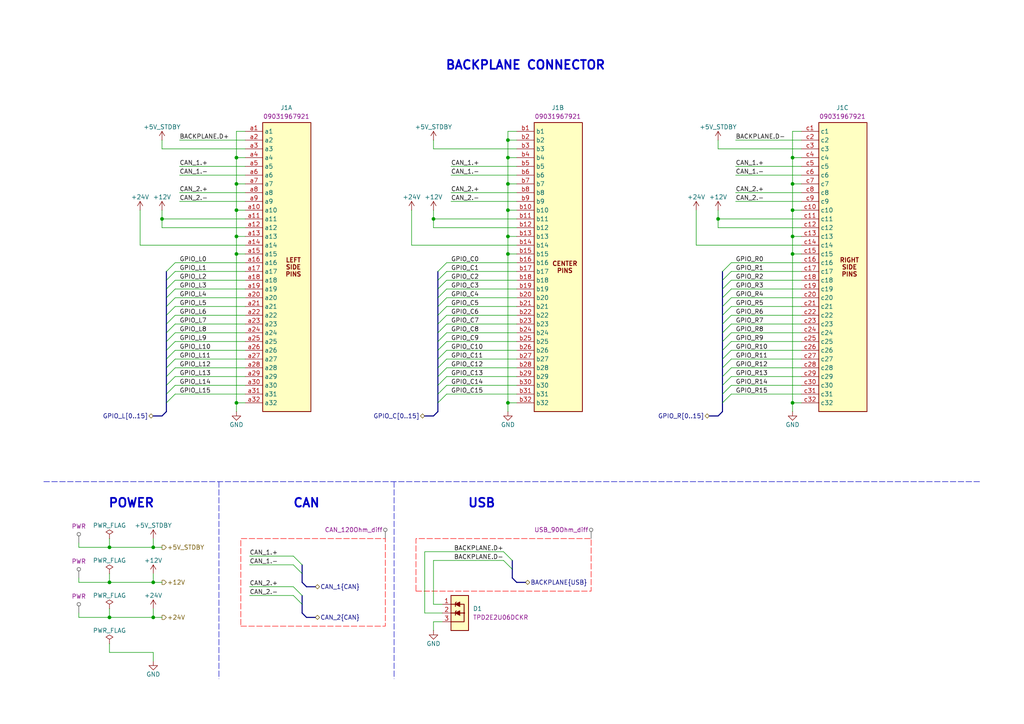
<source format=kicad_sch>
(kicad_sch (version 20250114) (generator "eeschema") (generator_version "9.0")
  (paper "A4")
  (title_block (title "ModuCard CM5 module") (date "2025-07-05") (rev "1.0.0") (company "KoNaR") (comment 1 "Project author: Dominik Pluta"))
  (lib_symbols
    (symbol "DW-TVS:TPD2E2U06DCKR" (pin_names (offset 0.002) (hide yes))
      (property "Reference" "D" (at 8.89 0 0))
      (property "MPN" "TPD2E2U06DCKR" (at 8.89 -15.24 0))
      (symbol "TPD2E2U06DCKR_0_1"
        (polyline (pts (xy 2.54 -5.08) (xy 6.35 -5.08) (xy 6.35 0) (xy 5.08 0)) (stroke (width 0.254)))
        (polyline (pts (xy 3.81 0) (xy 2.54 0)) (stroke (width 0.254)))
        (polyline (pts (xy 3.81 -2.54) (xy 2.54 -2.54)) (stroke (width 0.254)))
        (polyline (pts (xy 5.08 -2.54) (xy 6.35 -2.54)) (stroke (width 0.254)))
      )
      (symbol "TPD2E2U06DCKR_1_1"
        (rectangle (start 2.54 2.54) (end 7.62 -7.62) (stroke (width 0.254)) (fill (type background)))
        (polyline (pts (xy 3.81 -0.635) (xy 3.81 -0.381) (xy 3.81 0.381) (xy 4.064 0.635)) (stroke (width 0.254)) (fill (type background)))
        (polyline (pts (xy 3.81 -3.175) (xy 3.81 -2.921) (xy 3.81 -2.159) (xy 4.064 -1.905)) (stroke (width 0.254)) (fill (type background)))
        (polyline (pts (xy 5.08 -0.635) (xy 5.08 0.635) (xy 3.81 0) (xy 5.08 -0.635)) (stroke (width 0.254)) (fill (type outline)))
        (polyline (pts (xy 5.08 -3.175) (xy 5.08 -1.905) (xy 3.81 -2.54) (xy 5.08 -3.175)) (stroke (width 0.254)) (fill (type outline)))
        (circle (center 6.35 -2.54) (radius 0.127) (stroke (width 0.254)) (fill (type background)))
        (pin passive line (at 0 0 0) (length 2.54) (name "1") (number "1"))
        (pin passive line (at 0 -2.54 0) (length 2.54) (name "2") (number "2"))
        (pin passive line (at 0 -5.08 0) (length 2.54) (name "3") (number "3"))
      )
    )
    (symbol "DW-connectors:DIN-41612_09031967921"
      (property "Reference" "J" (at 21.59 0 0))
      (property "MPN" "09031967921" (at 21.59 -15.24 0))
      (symbol "DIN-41612_09031967921_0_0"
        (rectangle (start 5.08 2.54) (end 19.05 -81.28) (stroke (width 0.254)) (fill (type background)))
      )
      (symbol "DIN-41612_09031967921_1_1"
        (text "LEFT\nSIDE\nPINS" (at 13.97 -39.37 0) (effects (font (size 1.27 1.27) (bold yes))))
        (pin passive line (at 0 0 0) (length 5.08) (name "a1") (number "a1"))
        (pin passive line (at 0 -2.54 0) (length 5.08) (name "a2") (number "a2"))
        (pin passive line (at 0 -5.08 0) (length 5.08) (name "a3") (number "a3"))
        (pin passive line (at 0 -7.62 0) (length 5.08) (name "a4") (number "a4"))
        (pin passive line (at 0 -10.16 0) (length 5.08) (name "a5") (number "a5"))
        (pin passive line (at 0 -12.7 0) (length 5.08) (name "a6") (number "a6"))
        (pin passive line (at 0 -15.24 0) (length 5.08) (name "a7") (number "a7"))
        (pin passive line (at 0 -17.78 0) (length 5.08) (name "a8") (number "a8"))
        (pin passive line (at 0 -20.32 0) (length 5.08) (name "a9") (number "a9"))
        (pin passive line (at 0 -22.86 0) (length 5.08) (name "a10") (number "a10"))
        (pin passive line (at 0 -25.4 0) (length 5.08) (name "a11") (number "a11"))
        (pin passive line (at 0 -27.94 0) (length 5.08) (name "a12") (number "a12"))
        (pin passive line (at 0 -30.48 0) (length 5.08) (name "a13") (number "a13"))
        (pin passive line (at 0 -33.02 0) (length 5.08) (name "a14") (number "a14"))
        (pin passive line (at 0 -35.56 0) (length 5.08) (name "a15") (number "a15"))
        (pin passive line (at 0 -38.1 0) (length 5.08) (name "a16") (number "a16"))
        (pin passive line (at 0 -40.64 0) (length 5.08) (name "a17") (number "a17"))
        (pin passive line (at 0 -43.18 0) (length 5.08) (name "a18") (number "a18"))
        (pin passive line (at 0 -45.72 0) (length 5.08) (name "a19") (number "a19"))
        (pin passive line (at 0 -48.26 0) (length 5.08) (name "a20") (number "a20"))
        (pin passive line (at 0 -50.8 0) (length 5.08) (name "a21") (number "a21"))
        (pin passive line (at 0 -53.34 0) (length 5.08) (name "a22") (number "a22"))
        (pin passive line (at 0 -55.88 0) (length 5.08) (name "a23") (number "a23"))
        (pin passive line (at 0 -58.42 0) (length 5.08) (name "a24") (number "a24"))
        (pin passive line (at 0 -60.96 0) (length 5.08) (name "a25") (number "a25"))
        (pin passive line (at 0 -63.5 0) (length 5.08) (name "a26") (number "a26"))
        (pin passive line (at 0 -66.04 0) (length 5.08) (name "a27") (number "a27"))
        (pin passive line (at 0 -68.58 0) (length 5.08) (name "a28") (number "a28"))
        (pin passive line (at 0 -71.12 0) (length 5.08) (name "a29") (number "a29"))
        (pin passive line (at 0 -73.66 0) (length 5.08) (name "a30") (number "a30"))
        (pin passive line (at 0 -76.2 0) (length 5.08) (name "a31") (number "a31"))
        (pin passive line (at 0 -78.74 0) (length 5.08) (name "a32") (number "a32"))
      )
      (symbol "DIN-41612_09031967921_2_1"
        (text "CENTER\nPINS" (at 13.97 -39.37 0) (effects (font (size 1.27 1.27) (bold yes))))
        (pin passive line (at 0 0 0) (length 5.08) (name "b1") (number "b1"))
        (pin passive line (at 0 -2.54 0) (length 5.08) (name "b2") (number "b2"))
        (pin passive line (at 0 -5.08 0) (length 5.08) (name "b3") (number "b3"))
        (pin passive line (at 0 -7.62 0) (length 5.08) (name "b4") (number "b4"))
        (pin passive line (at 0 -10.16 0) (length 5.08) (name "b5") (number "b5"))
        (pin passive line (at 0 -12.7 0) (length 5.08) (name "b6") (number "b6"))
        (pin passive line (at 0 -15.24 0) (length 5.08) (name "b7") (number "b7"))
        (pin passive line (at 0 -17.78 0) (length 5.08) (name "b8") (number "b8"))
        (pin passive line (at 0 -20.32 0) (length 5.08) (name "b9") (number "b9"))
        (pin passive line (at 0 -22.86 0) (length 5.08) (name "b10") (number "b10"))
        (pin passive line (at 0 -25.4 0) (length 5.08) (name "b11") (number "b11"))
        (pin passive line (at 0 -27.94 0) (length 5.08) (name "b12") (number "b12"))
        (pin passive line (at 0 -30.48 0) (length 5.08) (name "b13") (number "b13"))
        (pin passive line (at 0 -33.02 0) (length 5.08) (name "b14") (number "b14"))
        (pin passive line (at 0 -35.56 0) (length 5.08) (name "b15") (number "b15"))
        (pin passive line (at 0 -38.1 0) (length 5.08) (name "b16") (number "b16"))
        (pin passive line (at 0 -40.64 0) (length 5.08) (name "b17") (number "b17"))
        (pin passive line (at 0 -43.18 0) (length 5.08) (name "b18") (number "b18"))
        (pin passive line (at 0 -45.72 0) (length 5.08) (name "b19") (number "b19"))
        (pin passive line (at 0 -48.26 0) (length 5.08) (name "b20") (number "b20"))
        (pin passive line (at 0 -50.8 0) (length 5.08) (name "b21") (number "b21"))
        (pin passive line (at 0 -53.34 0) (length 5.08) (name "b22") (number "b22"))
        (pin passive line (at 0 -55.88 0) (length 5.08) (name "b23") (number "b23"))
        (pin passive line (at 0 -58.42 0) (length 5.08) (name "b24") (number "b24"))
        (pin passive line (at 0 -60.96 0) (length 5.08) (name "b25") (number "b25"))
        (pin passive line (at 0 -63.5 0) (length 5.08) (name "b26") (number "b26"))
        (pin passive line (at 0 -66.04 0) (length 5.08) (name "b27") (number "b27"))
        (pin passive line (at 0 -68.58 0) (length 5.08) (name "b28") (number "b28"))
        (pin passive line (at 0 -71.12 0) (length 5.08) (name "b29") (number "b29"))
        (pin passive line (at 0 -73.66 0) (length 5.08) (name "b30") (number "b30"))
        (pin passive line (at 0 -76.2 0) (length 5.08) (name "b31") (number "b31"))
        (pin passive line (at 0 -78.74 0) (length 5.08) (name "b32") (number "b32"))
      )
      (symbol "DIN-41612_09031967921_3_1"
        (text "RIGHT\nSIDE\nPINS" (at 13.97 -39.37 0) (effects (font (size 1.27 1.27) (bold yes))))
        (pin passive line (at 0 0 0) (length 5.08) (name "c1") (number "c1"))
        (pin passive line (at 0 -2.54 0) (length 5.08) (name "c2") (number "c2"))
        (pin passive line (at 0 -5.08 0) (length 5.08) (name "c3") (number "c3"))
        (pin passive line (at 0 -7.62 0) (length 5.08) (name "c4") (number "c4"))
        (pin passive line (at 0 -10.16 0) (length 5.08) (name "c5") (number "c5"))
        (pin passive line (at 0 -12.7 0) (length 5.08) (name "c6") (number "c6"))
        (pin passive line (at 0 -15.24 0) (length 5.08) (name "c7") (number "c7"))
        (pin passive line (at 0 -17.78 0) (length 5.08) (name "c8") (number "c8"))
        (pin passive line (at 0 -20.32 0) (length 5.08) (name "c9") (number "c9"))
        (pin passive line (at 0 -22.86 0) (length 5.08) (name "c10") (number "c10"))
        (pin passive line (at 0 -25.4 0) (length 5.08) (name "c11") (number "c11"))
        (pin passive line (at 0 -27.94 0) (length 5.08) (name "c12") (number "c12"))
        (pin passive line (at 0 -30.48 0) (length 5.08) (name "c13") (number "c13"))
        (pin passive line (at 0 -33.02 0) (length 5.08) (name "c14") (number "c14"))
        (pin passive line (at 0 -35.56 0) (length 5.08) (name "c15") (number "c15"))
        (pin passive line (at 0 -38.1 0) (length 5.08) (name "c16") (number "c16"))
        (pin passive line (at 0 -40.64 0) (length 5.08) (name "c17") (number "c17"))
        (pin passive line (at 0 -43.18 0) (length 5.08) (name "c18") (number "c18"))
        (pin passive line (at 0 -45.72 0) (length 5.08) (name "c19") (number "c19"))
        (pin passive line (at 0 -48.26 0) (length 5.08) (name "c20") (number "c20"))
        (pin passive line (at 0 -50.8 0) (length 5.08) (name "c21") (number "c21"))
        (pin passive line (at 0 -53.34 0) (length 5.08) (name "c22") (number "c22"))
        (pin passive line (at 0 -55.88 0) (length 5.08) (name "c23") (number "c23"))
        (pin passive line (at 0 -58.42 0) (length 5.08) (name "c24") (number "c24"))
        (pin passive line (at 0 -60.96 0) (length 5.08) (name "c25") (number "c25"))
        (pin passive line (at 0 -63.5 0) (length 5.08) (name "c26") (number "c26"))
        (pin passive line (at 0 -66.04 0) (length 5.08) (name "c27") (number "c27"))
        (pin passive line (at 0 -68.58 0) (length 5.08) (name "c28") (number "c28"))
        (pin passive line (at 0 -71.12 0) (length 5.08) (name "c29") (number "c29"))
        (pin passive line (at 0 -73.66 0) (length 5.08) (name "c30") (number "c30"))
        (pin passive line (at 0 -76.2 0) (length 5.08) (name "c31") (number "c31"))
        (pin passive line (at 0 -78.74 0) (length 5.08) (name "c32") (number "c32"))
      )
    )
    (symbol "DW-power-symbols:+12V" (power) (pin_numbers (hide yes)) (pin_names (offset 0) (hide yes))
      (property "Value" "+12V" (at 0 3.556 0))
      (symbol "+12V_0_1"
        (polyline (pts (xy -0.762 1.27) (xy 0 2.54)))
        (polyline (pts (xy 0 2.54) (xy 0.762 1.27)))
        (polyline (pts (xy 0 0) (xy 0 2.54)))
      )
      (symbol "+12V_1_1"
        (pin power_in line (at 0 0 90) (length 0) (name "~") (number "1"))
      )
    )
    (symbol "DW-power-symbols:+24V" (power) (pin_numbers (hide yes)) (pin_names (offset 0) (hide yes))
      (property "Value" "+24V" (at 0 3.556 0))
      (symbol "+24V_0_1"
        (polyline (pts (xy -0.762 1.27) (xy 0 2.54)))
        (polyline (pts (xy 0 2.54) (xy 0.762 1.27)))
        (polyline (pts (xy 0 0) (xy 0 2.54)))
      )
      (symbol "+24V_1_1"
        (pin power_in line (at 0 0 90) (length 0) (name "~") (number "1"))
      )
    )
    (symbol "DW-power-symbols:+5V" (power) (pin_numbers (hide yes)) (pin_names (offset 0) (hide yes))
      (property "Value" "+5V" (at 0 3.556 0))
      (symbol "+5V_0_1"
        (polyline (pts (xy -0.762 1.27) (xy 0 2.54)))
        (polyline (pts (xy 0 2.54) (xy 0.762 1.27)))
        (polyline (pts (xy 0 0) (xy 0 2.54)))
      )
      (symbol "+5V_1_1"
        (pin power_in line (at 0 0 90) (length 0) (name "~") (number "1"))
      )
    )
    (symbol "DW-power-symbols:GND" (power) (pin_numbers (hide yes)) (pin_names (offset 0) (hide yes))
      (property "Value" "GND" (at 0 -3.81 0))
      (symbol "GND_0_1"
        (polyline (pts (xy 0 0) (xy 0 -1.27) (xy 1.27 -1.27) (xy 0 -2.54) (xy -1.27 -1.27) (xy 0 -1.27)))
      )
      (symbol "GND_1_1"
        (pin power_in line (at 0 0 270) (length 0) (name "~") (number "1"))
      )
    )
    (symbol "DW-power-symbols:PWR_FLAG" (power) (pin_numbers (hide yes)) (pin_names (offset 0) (hide yes))
      (property "Value" "PWR_FLAG" (at 0 3.81 0))
      (symbol "PWR_FLAG_0_0"
        (pin power_out line (at 0 0 90) (length 0) (name "~") (number "1"))
      )
      (symbol "PWR_FLAG_0_1"
        (polyline (pts (xy 0 0) (xy 0 1.27) (xy -1.016 1.905) (xy 0 2.54) (xy 1.016 1.905) (xy 0 1.27)))
      )
    )
  )
  (text "CAN" (at 88.9 146.05 0) (effects (font (size 2.54 2.54) (thickness 0.508) (bold yes))))
  (text "BACKPLANE CONNECTOR" (at 152.4 19.05 0) (effects (font (size 2.54 2.54) (thickness 0.508) (bold yes))))
  (text "POWER" (at 38.1 146.05 0) (effects (font (size 2.54 2.54) (thickness 0.508) (bold yes))))
  (text "USB" (at 139.7 146.05 0) (effects (font (size 2.54 2.54) (thickness 0.508) (bold yes))))
  (junction (at 147.32 60.96))
  (junction (at 147.32 68.58))
  (junction (at 147.32 45.72))
  (junction (at 68.58 116.84))
  (junction (at 31.75 158.75))
  (junction (at 44.45 158.75))
  (junction (at 229.87 53.34))
  (junction (at 229.87 116.84))
  (junction (at 31.75 179.07))
  (junction (at 229.87 60.96))
  (junction (at 44.45 168.91))
  (junction (at 68.58 73.66))
  (junction (at 68.58 53.34))
  (junction (at 68.58 45.72))
  (junction (at 31.75 168.91))
  (junction (at 229.87 45.72))
  (junction (at 125.73 63.5))
  (junction (at 229.87 68.58))
  (junction (at 46.99 63.5))
  (junction (at 147.32 116.84))
  (junction (at 68.58 60.96))
  (junction (at 44.45 179.07))
  (junction (at 147.32 40.64))
  (junction (at 147.32 73.66))
  (junction (at 229.87 73.66))
  (junction (at 147.32 53.34))
  (junction (at 208.28 63.5))
  (junction (at 68.58 68.58))
  (bus_entry (at 50.8 76.2) (size -2.54 2.54))
  (bus_entry (at 50.8 83.82) (size -2.54 2.54))
  (bus_entry (at 50.8 86.36) (size -2.54 2.54))
  (bus_entry (at 146.05 160.02) (size 2.54 2.54))
  (bus_entry (at 129.54 81.28) (size -2.54 2.54))
  (bus_entry (at 212.09 83.82) (size -2.54 2.54))
  (bus_entry (at 129.54 109.22) (size -2.54 2.54))
  (bus_entry (at 50.8 78.74) (size -2.54 2.54))
  (bus_entry (at 212.09 76.2) (size -2.54 2.54))
  (bus_entry (at 50.8 106.68) (size -2.54 2.54))
  (bus_entry (at 87.63 163.83) (size -2.54 -2.54))
  (bus_entry (at 212.09 96.52) (size -2.54 2.54))
  (bus_entry (at 50.8 91.44) (size -2.54 2.54))
  (bus_entry (at 129.54 99.06) (size -2.54 2.54))
  (bus_entry (at 129.54 106.68) (size -2.54 2.54))
  (bus_entry (at 212.09 99.06) (size -2.54 2.54))
  (bus_entry (at 50.8 96.52) (size -2.54 2.54))
  (bus_entry (at 212.09 111.76) (size -2.54 2.54))
  (bus_entry (at 50.8 101.6) (size -2.54 2.54))
  (bus_entry (at 146.05 162.56) (size 2.54 2.54))
  (bus_entry (at 129.54 101.6) (size -2.54 2.54))
  (bus_entry (at 212.09 86.36) (size -2.54 2.54))
  (bus_entry (at 50.8 99.06) (size -2.54 2.54))
  (bus_entry (at 129.54 86.36) (size -2.54 2.54))
  (bus_entry (at 50.8 93.98) (size -2.54 2.54))
  (bus_entry (at 212.09 106.68) (size -2.54 2.54))
  (bus_entry (at 212.09 91.44) (size -2.54 2.54))
  (bus_entry (at 129.54 114.3) (size -2.54 2.54))
  (bus_entry (at 129.54 83.82) (size -2.54 2.54))
  (bus_entry (at 212.09 88.9) (size -2.54 2.54))
  (bus_entry (at 129.54 104.14) (size -2.54 2.54))
  (bus_entry (at 212.09 104.14) (size -2.54 2.54))
  (bus_entry (at 129.54 78.74) (size -2.54 2.54))
  (bus_entry (at 212.09 93.98) (size -2.54 2.54))
  (bus_entry (at 87.63 175.26) (size -2.54 -2.54))
  (bus_entry (at 50.8 88.9) (size -2.54 2.54))
  (bus_entry (at 87.63 172.72) (size -2.54 -2.54))
  (bus_entry (at 129.54 76.2) (size -2.54 2.54))
  (bus_entry (at 129.54 88.9) (size -2.54 2.54))
  (bus_entry (at 50.8 114.3) (size -2.54 2.54))
  (bus_entry (at 50.8 104.14) (size -2.54 2.54))
  (bus_entry (at 212.09 101.6) (size -2.54 2.54))
  (bus_entry (at 50.8 81.28) (size -2.54 2.54))
  (bus_entry (at 129.54 91.44) (size -2.54 2.54))
  (bus_entry (at 212.09 81.28) (size -2.54 2.54))
  (bus_entry (at 212.09 109.22) (size -2.54 2.54))
  (bus_entry (at 50.8 109.22) (size -2.54 2.54))
  (bus_entry (at 87.63 166.37) (size -2.54 -2.54))
  (bus_entry (at 129.54 111.76) (size -2.54 2.54))
  (bus_entry (at 129.54 96.52) (size -2.54 2.54))
  (bus_entry (at 212.09 78.74) (size -2.54 2.54))
  (bus_entry (at 212.09 114.3) (size -2.54 2.54))
  (bus_entry (at 50.8 111.76) (size -2.54 2.54))
  (bus_entry (at 129.54 93.98) (size -2.54 2.54))
  (wire (pts (xy 212.09 93.98) (xy 232.41 93.98)))
  (wire (pts (xy 232.41 68.58) (xy 229.87 68.58)))
  (bus (pts (xy 209.55 86.36) (xy 209.55 88.9)))
  (wire (pts (xy 129.54 93.98) (xy 149.86 93.98)))
  (wire (pts (xy 68.58 53.34) (xy 68.58 60.96)))
  (wire (pts (xy 68.58 116.84) (xy 71.12 116.84)))
  (wire (pts (xy 147.32 53.34) (xy 147.32 60.96)))
  (wire (pts (xy 50.8 91.44) (xy 71.12 91.44)))
  (wire (pts (xy 229.87 38.1) (xy 229.87 45.72)))
  (bus (pts (xy 87.63 166.37) (xy 87.63 163.83)))
  (wire (pts (xy 147.32 40.64) (xy 147.32 45.72)))
  (wire (pts (xy 50.8 109.22) (xy 71.12 109.22)))
  (wire (pts (xy 22.86 157.48) (xy 22.86 158.75)))
  (wire (pts (xy 50.8 81.28) (xy 71.12 81.28)))
  (bus (pts (xy 208.28 120.65) (xy 209.55 119.38)))
  (bus (pts (xy 209.55 109.22) (xy 209.55 111.76)))
  (wire (pts (xy 129.54 109.22) (xy 149.86 109.22)))
  (wire (pts (xy 129.54 106.68) (xy 149.86 106.68)))
  (wire (pts (xy 31.75 168.91) (xy 44.45 168.91)))
  (wire (pts (xy 229.87 45.72) (xy 229.87 53.34)))
  (wire (pts (xy 85.09 172.72) (xy 72.39 172.72)))
  (wire (pts (xy 68.58 60.96) (xy 68.58 68.58)))
  (bus (pts (xy 48.26 86.36) (xy 48.26 88.9)))
  (wire (pts (xy 212.09 111.76) (xy 232.41 111.76)))
  (wire (pts (xy 149.86 48.26) (xy 130.81 48.26)))
  (wire (pts (xy 71.12 58.42) (xy 52.07 58.42)))
  (wire (pts (xy 129.54 91.44) (xy 149.86 91.44)))
  (wire (pts (xy 50.8 96.52) (xy 71.12 96.52)))
  (wire (pts (xy 212.09 99.06) (xy 232.41 99.06)))
  (wire (pts (xy 31.75 176.53) (xy 31.75 179.07)))
  (wire (pts (xy 129.54 78.74) (xy 149.86 78.74)))
  (bus (pts (xy 148.59 165.1) (xy 148.59 167.64)))
  (wire (pts (xy 129.54 104.14) (xy 149.86 104.14)))
  (wire (pts (xy 212.09 114.3) (xy 232.41 114.3)))
  (wire (pts (xy 71.12 45.72) (xy 68.58 45.72)))
  (bus (pts (xy 87.63 168.91) (xy 87.63 166.37)))
  (wire (pts (xy 85.09 170.18) (xy 72.39 170.18)))
  (wire (pts (xy 147.32 116.84) (xy 147.32 119.38)))
  (bus (pts (xy 127 109.22) (xy 127 111.76)))
  (wire (pts (xy 129.54 83.82) (xy 149.86 83.82)))
  (bus (pts (xy 87.63 177.8) (xy 88.9 179.07)))
  (bus (pts (xy 127 106.68) (xy 127 109.22)))
  (wire (pts (xy 229.87 60.96) (xy 229.87 68.58)))
  (wire (pts (xy 212.09 88.9) (xy 232.41 88.9)))
  (wire (pts (xy 50.8 88.9) (xy 71.12 88.9)))
  (bus (pts (xy 208.28 120.65) (xy 205.74 120.65)))
  (wire (pts (xy 208.28 63.5) (xy 232.41 63.5)))
  (wire (pts (xy 212.09 81.28) (xy 232.41 81.28)))
  (wire (pts (xy 149.86 68.58) (xy 147.32 68.58)))
  (wire (pts (xy 44.45 179.07) (xy 31.75 179.07)))
  (wire (pts (xy 147.32 45.72) (xy 147.32 53.34)))
  (wire (pts (xy 50.8 78.74) (xy 71.12 78.74)))
  (wire (pts (xy 212.09 109.22) (xy 232.41 109.22)))
  (wire (pts (xy 212.09 106.68) (xy 232.41 106.68)))
  (wire (pts (xy 125.73 162.56) (xy 125.73 175.26)))
  (bus (pts (xy 127 104.14) (xy 127 106.68)))
  (wire (pts (xy 119.38 71.12) (xy 149.86 71.12)))
  (bus (pts (xy 48.26 91.44) (xy 48.26 93.98)))
  (wire (pts (xy 129.54 99.06) (xy 149.86 99.06)))
  (bus (pts (xy 127 78.74) (xy 127 81.28)))
  (bus (pts (xy 209.55 111.76) (xy 209.55 114.3)))
  (wire (pts (xy 123.19 160.02) (xy 123.19 177.8)))
  (wire (pts (xy 212.09 86.36) (xy 232.41 86.36)))
  (wire (pts (xy 229.87 73.66) (xy 232.41 73.66)))
  (bus (pts (xy 87.63 177.8) (xy 87.63 175.26)))
  (wire (pts (xy 147.32 116.84) (xy 149.86 116.84)))
  (wire (pts (xy 125.73 63.5) (xy 149.86 63.5)))
  (wire (pts (xy 208.28 66.04) (xy 232.41 66.04)))
  (bus (pts (xy 46.99 120.65) (xy 48.26 119.38)))
  (wire (pts (xy 149.86 50.8) (xy 130.81 50.8)))
  (wire (pts (xy 44.45 166.37) (xy 44.45 168.91)))
  (bus (pts (xy 209.55 83.82) (xy 209.55 86.36)))
  (wire (pts (xy 212.09 91.44) (xy 232.41 91.44)))
  (wire (pts (xy 31.75 189.23) (xy 44.45 189.23)))
  (wire (pts (xy 201.93 60.96) (xy 201.93 71.12)))
  (wire (pts (xy 22.86 168.91) (xy 31.75 168.91)))
  (bus (pts (xy 127 111.76) (xy 127 114.3)))
  (bus (pts (xy 209.55 91.44) (xy 209.55 93.98)))
  (polyline (pts (xy 63.5 139.7) (xy 63.5 196.85)) (stroke (width 0) (type dash)))
  (wire (pts (xy 232.41 50.8) (xy 213.36 50.8)))
  (wire (pts (xy 85.09 161.29) (xy 72.39 161.29)))
  (wire (pts (xy 44.45 168.91) (xy 46.99 168.91)))
  (wire (pts (xy 68.58 116.84) (xy 68.58 119.38)))
  (bus (pts (xy 48.26 116.84) (xy 48.26 119.38)))
  (wire (pts (xy 71.12 60.96) (xy 68.58 60.96)))
  (wire (pts (xy 232.41 53.34) (xy 229.87 53.34)))
  (wire (pts (xy 40.64 71.12) (xy 71.12 71.12)))
  (wire (pts (xy 147.32 73.66) (xy 149.86 73.66)))
  (wire (pts (xy 232.41 60.96) (xy 229.87 60.96)))
  (wire (pts (xy 46.99 60.96) (xy 46.99 63.5)))
  (wire (pts (xy 50.8 106.68) (xy 71.12 106.68)))
  (bus (pts (xy 127 99.06) (xy 127 101.6)))
  (wire (pts (xy 232.41 45.72) (xy 229.87 45.72)))
  (wire (pts (xy 212.09 104.14) (xy 232.41 104.14)))
  (wire (pts (xy 149.86 53.34) (xy 147.32 53.34)))
  (wire (pts (xy 50.8 114.3) (xy 71.12 114.3)))
  (bus (pts (xy 88.9 170.18) (xy 91.44 170.18)))
  (wire (pts (xy 232.41 38.1) (xy 229.87 38.1)))
  (bus (pts (xy 48.26 99.06) (xy 48.26 101.6)))
  (wire (pts (xy 46.99 40.64) (xy 46.99 43.18)))
  (wire (pts (xy 22.86 158.75) (xy 31.75 158.75)))
  (wire (pts (xy 71.12 38.1) (xy 68.58 38.1)))
  (wire (pts (xy 119.38 60.96) (xy 119.38 71.12)))
  (wire (pts (xy 71.12 68.58) (xy 68.58 68.58)))
  (bus (pts (xy 127 91.44) (xy 127 93.98)))
  (bus (pts (xy 148.59 167.64) (xy 149.86 168.91)))
  (wire (pts (xy 71.12 50.8) (xy 52.07 50.8)))
  (wire (pts (xy 50.8 111.76) (xy 71.12 111.76)))
  (bus (pts (xy 209.55 116.84) (xy 209.55 119.38)))
  (bus (pts (xy 127 101.6) (xy 127 104.14)))
  (wire (pts (xy 129.54 88.9) (xy 149.86 88.9)))
  (bus (pts (xy 48.26 111.76) (xy 48.26 114.3)))
  (wire (pts (xy 229.87 53.34) (xy 229.87 60.96)))
  (bus (pts (xy 48.26 81.28) (xy 48.26 83.82)))
  (wire (pts (xy 208.28 66.04) (xy 208.28 63.5)))
  (wire (pts (xy 129.54 114.3) (xy 149.86 114.3)))
  (bus (pts (xy 209.55 104.14) (xy 209.55 106.68)))
  (wire (pts (xy 46.99 66.04) (xy 46.99 63.5)))
  (wire (pts (xy 46.99 179.07) (xy 44.45 179.07)))
  (bus (pts (xy 209.55 106.68) (xy 209.55 109.22)))
  (bus (pts (xy 48.26 109.22) (xy 48.26 111.76)))
  (wire (pts (xy 68.58 38.1) (xy 68.58 45.72)))
  (wire (pts (xy 147.32 38.1) (xy 147.32 40.64)))
  (wire (pts (xy 212.09 76.2) (xy 232.41 76.2)))
  (wire (pts (xy 125.73 180.34) (xy 125.73 182.88)))
  (bus (pts (xy 48.26 93.98) (xy 48.26 96.52)))
  (bus (pts (xy 48.26 83.82) (xy 48.26 86.36)))
  (wire (pts (xy 232.41 40.64) (xy 213.36 40.64)))
  (bus (pts (xy 87.63 168.91) (xy 88.9 170.18)))
  (wire (pts (xy 46.99 63.5) (xy 71.12 63.5)))
  (wire (pts (xy 50.8 101.6) (xy 71.12 101.6)))
  (bus (pts (xy 87.63 175.26) (xy 87.63 172.72)))
  (wire (pts (xy 31.75 166.37) (xy 31.75 168.91)))
  (wire (pts (xy 149.86 45.72) (xy 147.32 45.72)))
  (bus (pts (xy 48.26 101.6) (xy 48.26 104.14)))
  (wire (pts (xy 68.58 68.58) (xy 68.58 73.66)))
  (wire (pts (xy 208.28 40.64) (xy 208.28 43.18)))
  (wire (pts (xy 147.32 60.96) (xy 147.32 68.58)))
  (wire (pts (xy 125.73 66.04) (xy 125.73 63.5)))
  (wire (pts (xy 22.86 167.64) (xy 22.86 168.91)))
  (wire (pts (xy 44.45 176.53) (xy 44.45 179.07)))
  (wire (pts (xy 212.09 96.52) (xy 232.41 96.52)))
  (wire (pts (xy 46.99 43.18) (xy 71.12 43.18)))
  (bus (pts (xy 125.73 120.65) (xy 123.19 120.65)))
  (wire (pts (xy 123.19 160.02) (xy 146.05 160.02)))
  (wire (pts (xy 149.86 38.1) (xy 147.32 38.1)))
  (wire (pts (xy 31.75 158.75) (xy 44.45 158.75)))
  (wire (pts (xy 125.73 60.96) (xy 125.73 63.5)))
  (bus (pts (xy 209.55 93.98) (xy 209.55 96.52)))
  (bus (pts (xy 127 81.28) (xy 127 83.82)))
  (wire (pts (xy 125.73 40.64) (xy 125.73 43.18)))
  (bus (pts (xy 48.26 78.74) (xy 48.26 81.28)))
  (wire (pts (xy 46.99 158.75) (xy 44.45 158.75)))
  (wire (pts (xy 46.99 66.04) (xy 71.12 66.04)))
  (wire (pts (xy 50.8 93.98) (xy 71.12 93.98)))
  (bus (pts (xy 125.73 120.65) (xy 127 119.38)))
  (wire (pts (xy 71.12 40.64) (xy 52.07 40.64)))
  (wire (pts (xy 68.58 45.72) (xy 68.58 53.34)))
  (bus (pts (xy 148.59 162.56) (xy 148.59 165.1)))
  (wire (pts (xy 208.28 60.96) (xy 208.28 63.5)))
  (bus (pts (xy 46.99 120.65) (xy 44.45 120.65)))
  (bus (pts (xy 209.55 88.9) (xy 209.55 91.44)))
  (wire (pts (xy 85.09 163.83) (xy 72.39 163.83)))
  (wire (pts (xy 31.75 156.21) (xy 31.75 158.75)))
  (bus (pts (xy 209.55 81.28) (xy 209.55 83.82)))
  (bus (pts (xy 127 86.36) (xy 127 88.9)))
  (bus (pts (xy 127 93.98) (xy 127 96.52)))
  (wire (pts (xy 125.73 175.26) (xy 128.27 175.26)))
  (wire (pts (xy 147.32 68.58) (xy 147.32 73.66)))
  (wire (pts (xy 40.64 60.96) (xy 40.64 71.12)))
  (bus (pts (xy 127 96.52) (xy 127 99.06)))
  (wire (pts (xy 125.73 180.34) (xy 128.27 180.34)))
  (wire (pts (xy 149.86 58.42) (xy 130.81 58.42)))
  (bus (pts (xy 48.26 106.68) (xy 48.26 109.22)))
  (wire (pts (xy 50.8 76.2) (xy 71.12 76.2)))
  (wire (pts (xy 125.73 162.56) (xy 146.05 162.56)))
  (wire (pts (xy 212.09 101.6) (xy 232.41 101.6)))
  (bus (pts (xy 127 114.3) (xy 127 116.84)))
  (wire (pts (xy 22.86 179.07) (xy 31.75 179.07)))
  (wire (pts (xy 71.12 55.88) (xy 52.07 55.88)))
  (wire (pts (xy 229.87 73.66) (xy 229.87 116.84)))
  (bus (pts (xy 209.55 96.52) (xy 209.55 99.06)))
  (wire (pts (xy 31.75 186.69) (xy 31.75 189.23)))
  (bus (pts (xy 48.26 114.3) (xy 48.26 116.84)))
  (wire (pts (xy 123.19 177.8) (xy 128.27 177.8)))
  (bus (pts (xy 209.55 99.06) (xy 209.55 101.6)))
  (wire (pts (xy 125.73 66.04) (xy 149.86 66.04)))
  (wire (pts (xy 50.8 104.14) (xy 71.12 104.14)))
  (bus (pts (xy 209.55 78.74) (xy 209.55 81.28)))
  (bus (pts (xy 127 88.9) (xy 127 91.44)))
  (wire (pts (xy 147.32 73.66) (xy 147.32 116.84)))
  (bus (pts (xy 127 116.84) (xy 127 119.38)))
  (bus (pts (xy 48.26 104.14) (xy 48.26 106.68)))
  (wire (pts (xy 68.58 73.66) (xy 71.12 73.66)))
  (bus (pts (xy 88.9 179.07) (xy 91.44 179.07)))
  (wire (pts (xy 147.32 40.64) (xy 149.86 40.64)))
  (wire (pts (xy 201.93 71.12) (xy 232.41 71.12)))
  (bus (pts (xy 127 83.82) (xy 127 86.36)))
  (bus (pts (xy 149.86 168.91) (xy 152.4 168.91)))
  (wire (pts (xy 212.09 78.74) (xy 232.41 78.74)))
  (bus (pts (xy 48.26 96.52) (xy 48.26 99.06)))
  (wire (pts (xy 125.73 43.18) (xy 149.86 43.18)))
  (wire (pts (xy 71.12 53.34) (xy 68.58 53.34)))
  (wire (pts (xy 232.41 48.26) (xy 213.36 48.26)))
  (wire (pts (xy 129.54 81.28) (xy 149.86 81.28)))
  (wire (pts (xy 129.54 96.52) (xy 149.86 96.52)))
  (wire (pts (xy 22.86 177.8) (xy 22.86 179.07)))
  (wire (pts (xy 129.54 76.2) (xy 149.86 76.2)))
  (wire (pts (xy 71.12 48.26) (xy 52.07 48.26)))
  (wire (pts (xy 44.45 156.21) (xy 44.45 158.75)))
  (wire (pts (xy 208.28 43.18) (xy 232.41 43.18)))
  (bus (pts (xy 209.55 114.3) (xy 209.55 116.84)))
  (wire (pts (xy 50.8 83.82) (xy 71.12 83.82)))
  (wire (pts (xy 232.41 55.88) (xy 213.36 55.88)))
  (wire (pts (xy 50.8 99.06) (xy 71.12 99.06)))
  (wire (pts (xy 50.8 86.36) (xy 71.12 86.36)))
  (wire (pts (xy 129.54 101.6) (xy 149.86 101.6)))
  (bus (pts (xy 209.55 101.6) (xy 209.55 104.14)))
  (wire (pts (xy 129.54 111.76) (xy 149.86 111.76)))
  (wire (pts (xy 229.87 116.84) (xy 232.41 116.84)))
  (wire (pts (xy 229.87 68.58) (xy 229.87 73.66)))
  (wire (pts (xy 129.54 86.36) (xy 149.86 86.36)))
  (wire (pts (xy 232.41 58.42) (xy 213.36 58.42)))
  (wire (pts (xy 149.86 55.88) (xy 130.81 55.88)))
  (bus (pts (xy 48.26 88.9) (xy 48.26 91.44)))
  (wire (pts (xy 229.87 119.38) (xy 229.87 116.84)))
  (wire (pts (xy 44.45 189.23) (xy 44.45 191.77)))
  (wire (pts (xy 149.86 60.96) (xy 147.32 60.96)))
  (polyline (pts (xy 114.3 139.7) (xy 114.3 196.85)) (stroke (width 0) (type dash)))
  (wire (pts (xy 68.58 73.66) (xy 68.58 116.84)))
  (polyline (pts (xy 12.7 139.7) (xy 284.48 139.7)) (stroke (width 0) (type dash)))
  (wire (pts (xy 212.09 83.82) (xy 232.41 83.82)))
  (label "GPIO_R10" (at 213.36 101.6 0))
  (label "GPIO_R9" (at 213.36 99.06 0))
  (label "BACKPLANE.D-" (at 146.05 162.56 180))
  (label "GPIO_L3" (at 52.07 83.82 0))
  (label "GPIO_L11" (at 52.07 104.14 0))
  (label "GPIO_C0" (at 130.81 76.2 0))
  (label "GPIO_C11" (at 130.81 104.14 0))
  (label "GPIO_L2" (at 52.07 81.28 0))
  (label "GPIO_L4" (at 52.07 86.36 0))
  (label "GPIO_L8" (at 52.07 96.52 0))
  (label "GPIO_C6" (at 130.81 91.44 0))
  (label "GPIO_R11" (at 213.36 104.14 0))
  (label "GPIO_L14" (at 52.07 111.76 0))
  (label "GPIO_C7" (at 130.81 93.98 0))
  (label "GPIO_L9" (at 52.07 99.06 0))
  (label "GPIO_L0" (at 52.07 76.2 0))
  (label "GPIO_C1" (at 130.81 78.74 0))
  (label "BACKPLANE.D-" (at 213.36 40.64 0))
  (label "GPIO_L6" (at 52.07 91.44 0))
  (label "CAN_2.+" (at 130.81 55.88 0))
  (label "GPIO_L10" (at 52.07 101.6 0))
  (label "GPIO_L1" (at 52.07 78.74 0))
  (label "CAN_2.+" (at 72.39 170.18 0))
  (label "GPIO_L12" (at 52.07 106.68 0))
  (label "GPIO_L15" (at 52.07 114.3 0))
  (label "CAN_2.+" (at 52.07 55.88 0))
  (label "GPIO_R14" (at 213.36 111.76 0))
  (label "GPIO_R4" (at 213.36 86.36 0))
  (label "CAN_1.-" (at 72.39 163.83 0))
  (label "GPIO_R5" (at 213.36 88.9 0))
  (label "GPIO_R2" (at 213.36 81.28 0))
  (label "GPIO_C10" (at 130.81 101.6 0))
  (label "CAN_1.-" (at 52.07 50.8 0))
  (label "CAN_2.-" (at 52.07 58.42 0))
  (label "GPIO_C5" (at 130.81 88.9 0))
  (label "CAN_1.+" (at 213.36 48.26 0))
  (label "GPIO_C12" (at 130.81 106.68 0))
  (label "GPIO_C2" (at 130.81 81.28 0))
  (label "GPIO_R3" (at 213.36 83.82 0))
  (label "CAN_1.+" (at 52.07 48.26 0))
  (label "GPIO_R1" (at 213.36 78.74 0))
  (label "GPIO_R13" (at 213.36 109.22 0))
  (label "GPIO_C9" (at 130.81 99.06 0))
  (label "GPIO_C13" (at 130.81 109.22 0))
  (label "CAN_1.+" (at 72.39 161.29 0))
  (label "GPIO_L5" (at 52.07 88.9 0))
  (label "GPIO_R7" (at 213.36 93.98 0))
  (label "CAN_2.+" (at 213.36 55.88 0))
  (label "GPIO_C3" (at 130.81 83.82 0))
  (label "CAN_1.-" (at 130.81 50.8 0))
  (label "GPIO_R6" (at 213.36 91.44 0))
  (label "GPIO_R0" (at 213.36 76.2 0))
  (label "GPIO_R8" (at 213.36 96.52 0))
  (label "GPIO_C8" (at 130.81 96.52 0))
  (label "GPIO_C15" (at 130.81 114.3 0))
  (label "CAN_1.-" (at 213.36 50.8 0))
  (label "CAN_2.-" (at 130.81 58.42 0))
  (label "BACKPLANE.D+" (at 146.05 160.02 180))
  (label "GPIO_R15" (at 213.36 114.3 0))
  (label "GPIO_L7" (at 52.07 93.98 0))
  (label "CAN_2.-" (at 213.36 58.42 0))
  (label "GPIO_L13" (at 52.07 109.22 0))
  (label "CAN_2.-" (at 72.39 172.72 0))
  (label "GPIO_C4" (at 130.81 86.36 0))
  (label "BACKPLANE.D+" (at 52.07 40.64 0))
  (label "CAN_1.+" (at 130.81 48.26 0))
  (label "GPIO_C14" (at 130.81 111.76 0))
  (label "GPIO_R12" (at 213.36 106.68 0))
  (hierarchical_label "CAN_2{CAN}" (shape bidirectional) (at 91.44 179.07 0))
  (hierarchical_label "+12V" (shape output) (at 46.99 168.91 0))
  (hierarchical_label "+5V_STDBY" (shape output) (at 46.99 158.75 0))
  (hierarchical_label "BACKPLANE{USB}" (shape bidirectional) (at 152.4 168.91 0))
  (hierarchical_label "GPIO_C[0..15]" (shape bidirectional) (at 123.19 120.65 180))
  (hierarchical_label "GPIO_R[0..15]" (shape bidirectional) (at 205.74 120.65 180))
  (hierarchical_label "CAN_1{CAN}" (shape bidirectional) (at 91.44 170.18 0))
  (hierarchical_label "GPIO_L[0..15]" (shape bidirectional) (at 44.45 120.65 180))
  (hierarchical_label "+24V" (shape output) (at 46.99 179.07 0))
  (rule_area (polyline (pts (xy 120.65 171.45) (xy 171.45 171.45) (xy 171.45 156.21) (xy 120.65 156.21)) (stroke (width 0) (type dash))))
  (rule_area (polyline (pts (xy 69.85 181.61) (xy 111.76 181.61) (xy 111.76 156.21) (xy 69.85 156.21)) (stroke (width 0) (type dash))))
  (netclass_flag "" (length 2.54) (shape round) (at 22.86 177.8 0) (property "Netclass" "PWR" (at 22.86 172.974 0)))
  (netclass_flag "" (length 2.54) (shape round) (at 171.45 156.21 0) (property "Netclass" "USB_90Ohm_diff" (at 170.688 153.67 0) (effects (justify right))))
  (netclass_flag "" (length 2.54) (shape round) (at 111.76 156.21 0) (property "Netclass" "CAN_120Ohm_diff" (at 110.998 153.67 0) (effects (justify right))))
  (netclass_flag "" (length 2.54) (shape round) (at 22.86 167.64 0) (property "Netclass" "PWR" (at 22.86 162.814 0)))
  (netclass_flag "" (length 2.54) (shape round) (at 22.86 157.48 0) (property "Netclass" "PWR" (at 22.86 152.654 0)))
  (symbol (lib_id "DW-power-symbols:+5V") (at 125.73 40.64 0) (unit 1)
    (property "Reference" "#PWR02" (effects (hide yes)))
    (property "Value" "+5V_STDBY" (at 125.73 36.83 0))
    (property "Description" "Power symbol creates a global label with name \"+5V\"" (effects (hide yes)))
  )
  (symbol (lib_id "DW-power-symbols:+12V") (at 208.28 60.96 0) (unit 1)
    (property "Reference" "#PWR09" (effects (hide yes)))
    (property "Value" "+12V" (at 208.28 57.15 0))
    (property "Description" "Power symbol creates a global label with name \"+12V\"" (effects (hide yes)))
  )
  (symbol (lib_id "DW-power-symbols:+24V") (at 40.64 60.96 0) (unit 1)
    (property "Reference" "#PWR04" (effects (hide yes)))
    (property "Value" "+24V" (at 40.64 57.15 0))
    (property "Description" "Power symbol creates a global label with name \"+24V\"" (effects (hide yes)))
  )
  (symbol (lib_id "DW-power-symbols:GND") (at 44.45 191.77 0) (unit 1)
    (property "Reference" "#PWR017" (effects (hide yes)))
    (property "Value" "GND" (at 44.45 195.58 0))
    (property "Description" "Power symbol creates a global label with name \"GND\" , ground" (effects (hide yes)))
  )
  (symbol (lib_id "DW-connectors:DIN-41612_09031967921") (at 232.41 38.1 0) (unit 3)
    (property "Reference" "J1" (at 244.348 31.242 0))
    (property "Value" "DIN-41612-connector_09031967921" (effects (hide yes)))
    (property "Footprint" "DW-footprints:Conn_DIN_41612_09031967921" (effects (hide yes)))
    (property "Datasheet" "https://www.mouser.pl/datasheet/2/179/PDF_DS_09031200203-3085455.pdf" (effects (hide yes)))
    (property "Description" "DIN 41612 Connectors 96P MALE RA TYPE C 2.54mm STANDARD" (effects (hide yes)))
    (property "Manufacturer" "HARTING" (effects (hide yes)))
    (property "MPN" "09031967921" (at 244.348 33.782 0))
  )
  (symbol (lib_id "DW-power-symbols:+5V") (at 44.45 156.21 0) (unit 1)
    (property "Reference" "#PWR013" (effects (hide yes)))
    (property "Value" "+5V_STDBY" (at 44.45 152.4 0))
    (property "Description" "Power symbol creates a global label with name \"+5V\"" (effects (hide yes)))
  )
  (symbol (lib_id "DW-power-symbols:+24V") (at 119.38 60.96 0) (unit 1)
    (property "Reference" "#PWR06" (effects (hide yes)))
    (property "Value" "+24V" (at 119.38 57.15 0))
    (property "Description" "Power symbol creates a global label with name \"+24V\"" (effects (hide yes)))
  )
  (symbol (lib_id "DW-power-symbols:PWR_FLAG") (at 31.75 156.21 0) (unit 1)
    (property "Reference" "#FLG01" (effects (hide yes)))
    (property "Value" "PWR_FLAG" (at 31.75 152.4 0))
    (property "Description" "Special symbol for telling ERC where power comes from" (effects (hide yes)))
  )
  (symbol (lib_id "DW-power-symbols:GND") (at 229.87 119.38 0) (unit 1)
    (property "Reference" "#PWR012" (effects (hide yes)))
    (property "Value" "GND" (at 229.87 123.19 0))
    (property "Description" "Power symbol creates a global label with name \"GND\" , ground" (effects (hide yes)))
  )
  (symbol (lib_id "DW-power-symbols:GND") (at 125.73 182.88 0) (unit 1)
    (property "Reference" "#PWR016" (effects (hide yes)))
    (property "Value" "GND" (at 125.73 186.69 0))
    (property "Description" "Power symbol creates a global label with name \"GND\" , ground" (effects (hide yes)))
  )
  (symbol (lib_id "DW-connectors:DIN-41612_09031967921") (at 71.12 38.1 0) (unit 1)
    (property "Reference" "J1" (at 83.058 31.242 0))
    (property "Value" "DIN-41612-connector_09031967921" (effects (hide yes)))
    (property "Footprint" "DW-footprints:Conn_DIN_41612_09031967921" (effects (hide yes)))
    (property "Datasheet" "https://www.mouser.pl/datasheet/2/179/PDF_DS_09031200203-3085455.pdf" (effects (hide yes)))
    (property "Description" "DIN 41612 Connectors 96P MALE RA TYPE C 2.54mm STANDARD" (effects (hide yes)))
    (property "Manufacturer" "HARTING" (effects (hide yes)))
    (property "MPN" "09031967921" (at 83.058 33.782 0))
  )
  (symbol (lib_id "DW-connectors:DIN-41612_09031967921") (at 149.86 38.1 0) (unit 2)
    (property "Reference" "J1" (at 161.798 31.242 0))
    (property "Value" "DIN-41612-connector_09031967921" (effects (hide yes)))
    (property "Footprint" "DW-footprints:Conn_DIN_41612_09031967921" (effects (hide yes)))
    (property "Datasheet" "https://www.mouser.pl/datasheet/2/179/PDF_DS_09031200203-3085455.pdf" (effects (hide yes)))
    (property "Description" "DIN 41612 Connectors 96P MALE RA TYPE C 2.54mm STANDARD" (effects (hide yes)))
    (property "Manufacturer" "HARTING" (effects (hide yes)))
    (property "MPN" "09031967921" (at 161.798 33.782 0))
  )
  (symbol (lib_id "DW-power-symbols:+12V") (at 125.73 60.96 0) (unit 1)
    (property "Reference" "#PWR07" (effects (hide yes)))
    (property "Value" "+12V" (at 125.73 57.15 0))
    (property "Description" "Power symbol creates a global label with name \"+12V\"" (effects (hide yes)))
  )
  (symbol (lib_id "DW-power-symbols:PWR_FLAG") (at 31.75 166.37 0) (unit 1)
    (property "Reference" "#FLG02" (effects (hide yes)))
    (property "Value" "PWR_FLAG" (at 31.75 162.56 0))
    (property "Description" "Special symbol for telling ERC where power comes from" (effects (hide yes)))
  )
  (symbol (lib_id "DW-power-symbols:+12V") (at 46.99 60.96 0) (unit 1)
    (property "Reference" "#PWR05" (effects (hide yes)))
    (property "Value" "+12V" (at 46.99 57.15 0))
    (property "Description" "Power symbol creates a global label with name \"+12V\"" (effects (hide yes)))
  )
  (symbol (lib_id "DW-power-symbols:PWR_FLAG") (at 31.75 186.69 0) (unit 1)
    (property "Reference" "#FLG04" (effects (hide yes)))
    (property "Value" "PWR_FLAG" (at 31.75 182.88 0))
    (property "Description" "Special symbol for telling ERC where power comes from" (effects (hide yes)))
  )
  (symbol (lib_id "DW-TVS:TPD2E2U06DCKR") (at 128.27 175.26 0) (unit 1)
    (property "Reference" "D1" (at 137.16 176.53 0) (effects (justify left)))
    (property "Value" "TPD2E2U06DCKR" (effects (hide yes)))
    (property "Footprint" "DW-footprints:SOT-323" (effects (hide yes)))
    (property "Datasheet" "https://www.ti.com/lit/ds/symlink/tpd2e2u06.pdf?ts=1752541671933&ref_url=https%253A%252F%252Fwww.mouser.pl%252F" (effects (hide yes)))
    (property "Description" "TVS Diodes Dual 1.5-pF 5.5-V +/-25-kV ESD protect" (effects (hide yes)))
    (property "Manufacturer" "Texas Instruments" (effects (hide yes)))
    (property "MPN" "TPD2E2U06DCKR" (at 137.16 179.07 0) (effects (justify left)))
    (property "LCSC" "C1855726" (effects (hide yes)))
  )
  (symbol (lib_id "DW-power-symbols:+24V") (at 201.93 60.96 0) (unit 1)
    (property "Reference" "#PWR08" (effects (hide yes)))
    (property "Value" "+24V" (at 201.93 57.15 0))
    (property "Description" "Power symbol creates a global label with name \"+24V\"" (effects (hide yes)))
  )
  (symbol (lib_id "DW-power-symbols:+12V") (at 44.45 166.37 0) (unit 1)
    (property "Reference" "#PWR014" (effects (hide yes)))
    (property "Value" "+12V" (at 44.45 162.56 0))
    (property "Description" "Power symbol creates a global label with name \"+12V\"" (effects (hide yes)))
  )
  (symbol (lib_id "DW-power-symbols:+5V") (at 208.28 40.64 0) (unit 1)
    (property "Reference" "#PWR03" (effects (hide yes)))
    (property "Value" "+5V_STDBY" (at 208.28 36.83 0))
    (property "Description" "Power symbol creates a global label with name \"+5V\"" (effects (hide yes)))
  )
  (symbol (lib_id "DW-power-symbols:+5V") (at 46.99 40.64 0) (unit 1)
    (property "Reference" "#PWR01" (effects (hide yes)))
    (property "Value" "+5V_STDBY" (at 46.99 36.83 0))
    (property "Description" "Power symbol creates a global label with name \"+5V\"" (effects (hide yes)))
  )
  (symbol (lib_id "DW-power-symbols:+24V") (at 44.45 176.53 0) (unit 1)
    (property "Reference" "#PWR015" (effects (hide yes)))
    (property "Value" "+24V" (at 44.45 172.72 0))
    (property "Description" "Power symbol creates a global label with name \"+24V\"" (effects (hide yes)))
  )
  (symbol (lib_id "DW-power-symbols:GND") (at 68.58 119.38 0) (unit 1)
    (property "Reference" "#PWR010" (effects (hide yes)))
    (property "Value" "GND" (at 68.58 123.19 0))
    (property "Description" "Power symbol creates a global label with name \"GND\" , ground" (effects (hide yes)))
  )
  (symbol (lib_id "DW-power-symbols:GND") (at 147.32 119.38 0) (unit 1)
    (property "Reference" "#PWR011" (effects (hide yes)))
    (property "Value" "GND" (at 147.32 123.19 0))
    (property "Description" "Power symbol creates a global label with name \"GND\" , ground" (effects (hide yes)))
  )
  (symbol (lib_id "DW-power-symbols:PWR_FLAG") (at 31.75 176.53 0) (unit 1)
    (property "Reference" "#FLG03" (effects (hide yes)))
    (property "Value" "PWR_FLAG" (at 31.75 172.72 0))
    (property "Description" "Special symbol for telling ERC where power comes from" (effects (hide yes)))
  )
)
</source>
